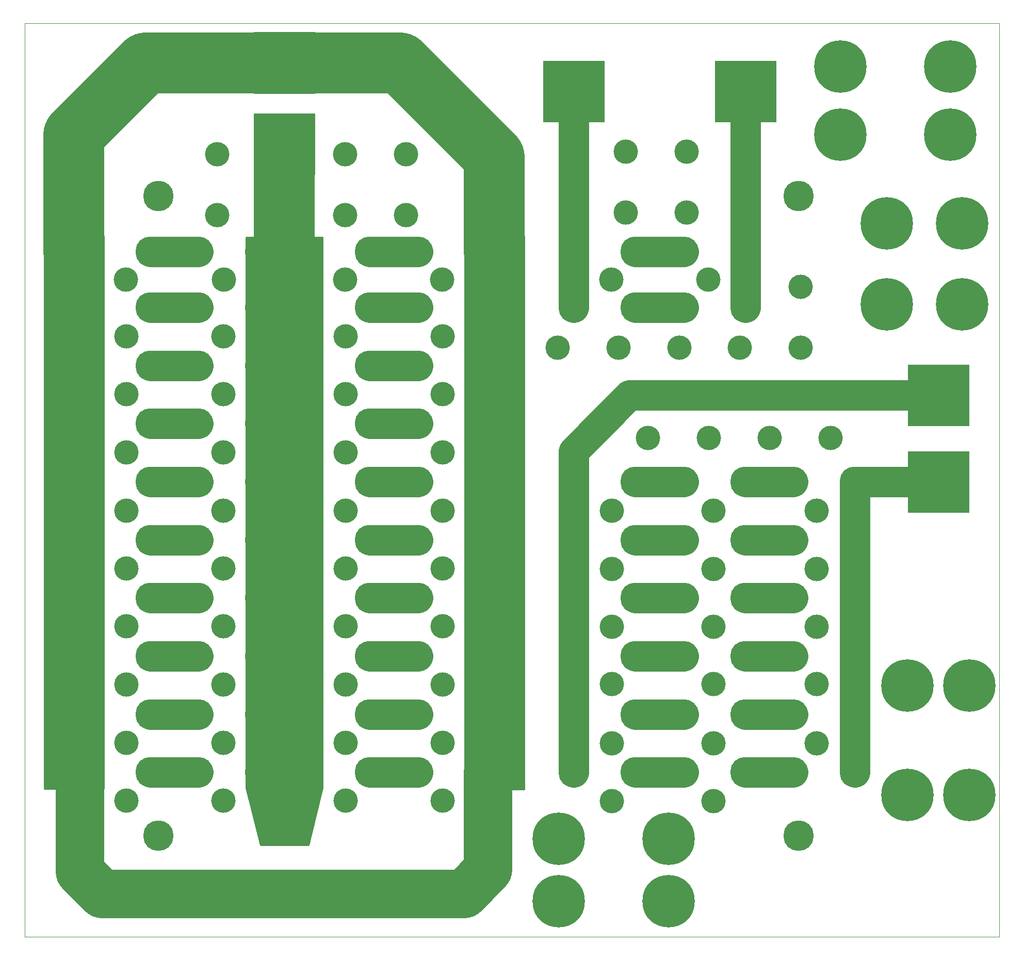
<source format=gbr>
G04 #@! TF.GenerationSoftware,KiCad,Pcbnew,(5.1.0)-1*
G04 #@! TF.CreationDate,2019-05-23T16:12:52+02:00*
G04 #@! TF.ProjectId,load_card,6c6f6164-5f63-4617-9264-2e6b69636164,1.1*
G04 #@! TF.SameCoordinates,Original*
G04 #@! TF.FileFunction,Copper,L2,Bot*
G04 #@! TF.FilePolarity,Positive*
%FSLAX46Y46*%
G04 Gerber Fmt 4.6, Leading zero omitted, Abs format (unit mm)*
G04 Created by KiCad (PCBNEW (5.1.0)-1) date 2019-05-23 16:12:52*
%MOMM*%
%LPD*%
G04 APERTURE LIST*
%ADD10C,0.050000*%
%ADD11C,0.100000*%
%ADD12C,8.600000*%
%ADD13C,5.000000*%
%ADD14C,6.000000*%
%ADD15C,4.000000*%
%ADD16C,5.000000*%
%ADD17C,10.000000*%
%ADD18C,8.000000*%
%ADD19C,0.254000*%
G04 APERTURE END LIST*
D10*
X14400000Y-13900000D02*
X174400000Y-13900000D01*
X14400000Y-163900000D02*
X14400000Y-13900000D01*
X174400000Y-163900000D02*
X14400000Y-163900000D01*
X174400000Y-13900000D02*
X174400000Y-163900000D01*
D11*
G36*
X109500000Y-20100000D02*
G01*
X109500000Y-30100000D01*
X99500000Y-30100000D01*
X99500000Y-20100000D01*
X109500000Y-20100000D01*
G37*
X109500000Y-20100000D02*
X109500000Y-30100000D01*
X99500000Y-30100000D01*
X99500000Y-20100000D01*
X109500000Y-20100000D01*
G36*
X137700000Y-20100000D02*
G01*
X137700000Y-30100000D01*
X127700000Y-30100000D01*
X127700000Y-20100000D01*
X137700000Y-20100000D01*
G37*
X137700000Y-20100000D02*
X137700000Y-30100000D01*
X127700000Y-30100000D01*
X127700000Y-20100000D01*
X137700000Y-20100000D01*
G36*
X169400000Y-94200000D02*
G01*
X159400000Y-94200000D01*
X159400000Y-84200000D01*
X169400000Y-84200000D01*
X169400000Y-94200000D01*
G37*
X169400000Y-94200000D02*
X159400000Y-94200000D01*
X159400000Y-84200000D01*
X169400000Y-84200000D01*
X169400000Y-94200000D01*
G36*
X159400000Y-70000000D02*
G01*
X169400000Y-70000000D01*
X169400000Y-80000000D01*
X159400000Y-80000000D01*
X159400000Y-70000000D01*
G37*
X159400000Y-70000000D02*
X169400000Y-70000000D01*
X169400000Y-80000000D01*
X159400000Y-80000000D01*
X159400000Y-70000000D01*
G36*
X52000000Y-15400000D02*
G01*
X62000000Y-15400000D01*
X62000000Y-25400000D01*
X52000000Y-25400000D01*
X52000000Y-15400000D01*
G37*
X52000000Y-15400000D02*
X62000000Y-15400000D01*
X62000000Y-25400000D01*
X52000000Y-25400000D01*
X52000000Y-15400000D01*
G36*
X52000000Y-28700000D02*
G01*
X62000000Y-28700000D01*
X62000000Y-38700000D01*
X52000000Y-38700000D01*
X52000000Y-28700000D01*
G37*
X52000000Y-28700000D02*
X62000000Y-28700000D01*
X62000000Y-38700000D01*
X52000000Y-38700000D01*
X52000000Y-28700000D01*
D12*
X120100000Y-147800000D03*
X102100000Y-147800000D03*
X120100000Y-158000000D03*
X102100000Y-158000000D03*
D13*
X56900000Y-156800000D03*
X57000000Y-144400000D03*
X57000000Y-94000000D03*
X141400000Y-42300000D03*
X141400000Y-147300000D03*
X36400000Y-147300000D03*
X36400000Y-42300000D03*
D12*
X159300000Y-122600000D03*
X159300000Y-140600000D03*
X169500000Y-122600000D03*
X169500000Y-140600000D03*
X155900000Y-60100000D03*
X168300000Y-60100000D03*
X155900000Y-46800000D03*
X168300000Y-46800000D03*
X148300000Y-21000000D03*
X148300000Y-32200000D03*
X166300000Y-32200000D03*
X166300000Y-21000000D03*
D14*
X104500000Y-25100000D03*
X132700000Y-25100000D03*
X164400000Y-89200000D03*
X164400000Y-75000000D03*
X57000000Y-20400000D03*
X57000000Y-33700000D03*
D15*
X146700000Y-82000000D03*
X123100000Y-35000000D03*
X113100000Y-35000000D03*
X123100000Y-45000000D03*
X113100000Y-45000000D03*
X46000000Y-35400000D03*
X46000000Y-45400000D03*
X67000000Y-35400000D03*
X77000000Y-35400000D03*
X77000000Y-45400000D03*
X67000000Y-45400000D03*
X141800000Y-57200000D03*
X141800000Y-67200000D03*
X131800000Y-67200000D03*
X101900000Y-67200000D03*
X111900000Y-67200000D03*
X121900000Y-67200000D03*
X116700000Y-82000000D03*
X126700000Y-82000000D03*
X136700000Y-82000000D03*
X110800000Y-141600000D03*
X127500000Y-141600000D03*
X110800000Y-132100000D03*
X127500000Y-132100000D03*
X144400000Y-132100000D03*
X110800000Y-122400000D03*
X127500000Y-122400000D03*
X144400000Y-122400000D03*
X110800000Y-113000000D03*
X127500000Y-113000000D03*
X144400000Y-113000000D03*
X110800000Y-103500000D03*
X127500000Y-103500000D03*
X144400000Y-103500000D03*
X110800000Y-93900000D03*
X127500000Y-93900000D03*
X144400000Y-93900000D03*
X31100000Y-141500000D03*
X47000000Y-141500000D03*
X67100000Y-141500000D03*
X83000000Y-141500000D03*
X31100000Y-132000000D03*
X47000000Y-132000000D03*
X67100000Y-132000000D03*
X83000000Y-132000000D03*
X31100000Y-122500000D03*
X47000000Y-122500000D03*
X67100000Y-122500000D03*
X83000000Y-122500000D03*
X31100000Y-112900000D03*
X47000000Y-112900000D03*
X67100000Y-112900000D03*
X83000000Y-112900000D03*
X31100000Y-103400000D03*
X47000000Y-103400000D03*
X67100000Y-103400000D03*
X83000000Y-103400000D03*
X31100000Y-93900000D03*
X47000000Y-93900000D03*
X67100000Y-93900000D03*
X83000000Y-93900000D03*
X31100000Y-84400000D03*
X47000000Y-84400000D03*
X67100000Y-84400000D03*
X83000000Y-84400000D03*
X31100000Y-74800000D03*
X47000000Y-74800000D03*
X67100000Y-74800000D03*
X83000000Y-74800000D03*
X31100000Y-65300000D03*
X47000000Y-65300000D03*
X67100000Y-65300000D03*
X83000000Y-65300000D03*
X110720000Y-55979721D03*
X126600000Y-55979721D03*
X82900000Y-56000000D03*
X67000000Y-56000000D03*
X47100000Y-56000000D03*
X31000000Y-56000000D03*
D13*
X53080000Y-117821106D03*
X42920000Y-117821106D03*
X35080000Y-117821106D03*
X24920000Y-117821106D03*
X53080000Y-127360550D03*
X42920000Y-127360550D03*
X35080000Y-127360550D03*
X24920000Y-127360550D03*
X42920000Y-51400000D03*
X53080000Y-51400000D03*
X35080000Y-51404721D03*
X24920000Y-51404721D03*
X53080000Y-60584442D03*
X42920000Y-60584442D03*
X35080000Y-60584442D03*
X24920000Y-60584442D03*
X53080000Y-70123886D03*
X42920000Y-70123886D03*
X35080000Y-70123886D03*
X24920000Y-70123886D03*
X53080000Y-79663330D03*
X42920000Y-79663330D03*
X35080000Y-79663330D03*
X24920000Y-79663330D03*
X53080000Y-89202774D03*
X42920000Y-89202774D03*
X35080000Y-89202774D03*
X24920000Y-89202774D03*
X53080000Y-98742218D03*
X42920000Y-98742218D03*
X35080000Y-98742218D03*
X24920000Y-98742218D03*
X53080000Y-108281662D03*
X42920000Y-108281662D03*
X35080000Y-108281662D03*
X24920000Y-108281662D03*
X53080000Y-136900000D03*
X42920000Y-136900000D03*
X35080000Y-136900000D03*
X24920000Y-136900000D03*
X104520000Y-60584442D03*
X114680000Y-60584442D03*
X122520000Y-60584442D03*
X132680000Y-60584442D03*
X104520000Y-51400000D03*
X114680000Y-51400000D03*
X122520000Y-51400000D03*
X132680000Y-51400000D03*
X150680000Y-89202774D03*
X140520000Y-89202774D03*
X132680000Y-89202774D03*
X122520000Y-89202774D03*
X114680000Y-89202774D03*
X104520000Y-89202774D03*
X150680000Y-98742218D03*
X140520000Y-98742218D03*
X132680000Y-98742218D03*
X122520000Y-98742218D03*
X114680000Y-98742218D03*
X104520000Y-98742218D03*
X150680000Y-108281662D03*
X140520000Y-108281662D03*
X132680000Y-108281662D03*
X122520000Y-108281662D03*
X114680000Y-108281662D03*
X104520000Y-108281662D03*
X150680000Y-117821106D03*
X140520000Y-117821106D03*
X132680000Y-117821106D03*
X122520000Y-117821106D03*
X114680000Y-117821106D03*
X104520000Y-117821106D03*
X150680000Y-127360550D03*
X140520000Y-127360550D03*
X132680000Y-127360550D03*
X122520000Y-127360550D03*
X114680000Y-127360550D03*
X104520000Y-127360550D03*
X150680000Y-136900000D03*
X140520000Y-136900000D03*
X132680000Y-136900000D03*
X122520000Y-136900000D03*
X114680000Y-136900000D03*
X104520000Y-136900000D03*
X78920000Y-136900000D03*
X89080000Y-136900000D03*
X60920000Y-136900000D03*
X71080000Y-136900000D03*
X78920000Y-127360550D03*
X89080000Y-127360550D03*
X60920000Y-127360550D03*
X71080000Y-127360550D03*
X78920000Y-117821106D03*
X89080000Y-117821106D03*
X60920000Y-117821106D03*
X71080000Y-117821106D03*
X78920000Y-108281662D03*
X89080000Y-108281662D03*
X60920000Y-108281662D03*
X71080000Y-108281662D03*
X78920000Y-98742218D03*
X89080000Y-98742218D03*
X60920000Y-98742218D03*
X71080000Y-98742218D03*
X78920000Y-89202774D03*
X89080000Y-89202774D03*
X60920000Y-89202774D03*
X71080000Y-89202774D03*
X78920000Y-79663330D03*
X89080000Y-79663330D03*
X60920000Y-79663330D03*
X71080000Y-79663330D03*
X78920000Y-70123886D03*
X89080000Y-70123886D03*
X60920000Y-70123886D03*
X71080000Y-70123886D03*
X78920000Y-60584442D03*
X89080000Y-60584442D03*
X60920000Y-60584442D03*
X71080000Y-60584442D03*
X78920000Y-51400000D03*
X89080000Y-51400000D03*
X60920000Y-51400000D03*
X71080000Y-51400000D03*
D16*
X35084721Y-51400000D02*
X35080000Y-51404721D01*
X42920000Y-51400000D02*
X35084721Y-51400000D01*
X35080000Y-60584442D02*
X42920000Y-60584442D01*
X42920000Y-70123886D02*
X35080000Y-70123886D01*
X35080000Y-79663330D02*
X42920000Y-79663330D01*
X42920000Y-89202774D02*
X35080000Y-89202774D01*
X35080000Y-98742218D02*
X42920000Y-98742218D01*
X42920000Y-108281662D02*
X35080000Y-108281662D01*
X35080000Y-117821106D02*
X42920000Y-117821106D01*
X42920000Y-127360550D02*
X35080000Y-127360550D01*
X35080000Y-136900000D02*
X42920000Y-136900000D01*
X71080000Y-51400000D02*
X78920000Y-51400000D01*
X78920000Y-60584442D02*
X71080000Y-60584442D01*
X71080000Y-70123886D02*
X78920000Y-70123886D01*
X78920000Y-79663330D02*
X71080000Y-79663330D01*
X71080000Y-89202774D02*
X78920000Y-89202774D01*
X78920000Y-98742218D02*
X71080000Y-98742218D01*
X71080000Y-108281662D02*
X78920000Y-108281662D01*
X78920000Y-117821106D02*
X71080000Y-117821106D01*
X71080000Y-127360550D02*
X78920000Y-127360550D01*
X78920000Y-136900000D02*
X71080000Y-136900000D01*
X104520000Y-136900000D02*
X104520000Y-89202774D01*
X113700000Y-75000000D02*
X166900000Y-75000000D01*
X104520000Y-89202774D02*
X104520000Y-84180000D01*
X104520000Y-84180000D02*
X113700000Y-75000000D01*
X150680000Y-136900000D02*
X150680000Y-89202774D01*
X161897226Y-89202774D02*
X161900000Y-89200000D01*
X150680000Y-89202774D02*
X161897226Y-89202774D01*
X161900000Y-89200000D02*
X166900000Y-89200000D01*
X132680000Y-22620000D02*
X132700000Y-22600000D01*
X132680000Y-60584442D02*
X132680000Y-22620000D01*
X104520000Y-60584442D02*
X104520000Y-51400000D01*
X104520000Y-27620000D02*
X104500000Y-27600000D01*
X104520000Y-51400000D02*
X104520000Y-27620000D01*
X114680000Y-136900000D02*
X122520000Y-136900000D01*
X132680000Y-136900000D02*
X140520000Y-136900000D01*
X122520000Y-127360550D02*
X114680000Y-127360550D01*
X140520000Y-127360550D02*
X132680000Y-127360550D01*
X114680000Y-117821106D02*
X122520000Y-117821106D01*
X132680000Y-117821106D02*
X140520000Y-117821106D01*
X122520000Y-108281662D02*
X114680000Y-108281662D01*
X140520000Y-108281662D02*
X132680000Y-108281662D01*
X114680000Y-98742218D02*
X122520000Y-98742218D01*
X132680000Y-98742218D02*
X140520000Y-98742218D01*
X122520000Y-89202774D02*
X114680000Y-89202774D01*
X140520000Y-89202774D02*
X132680000Y-89202774D01*
X114680000Y-51400000D02*
X122520000Y-51400000D01*
X122520000Y-60584442D02*
X114680000Y-60584442D01*
D17*
X57000000Y-34700000D02*
X57000000Y-52000000D01*
X22500000Y-51400000D02*
X22500000Y-32200000D01*
D18*
X90500000Y-152900000D02*
X90500000Y-136880000D01*
X86599999Y-156800001D02*
X90500000Y-152900000D01*
X27100001Y-156800001D02*
X86599999Y-156800001D01*
X23500000Y-136880000D02*
X23500000Y-153200000D01*
X23500000Y-153200000D02*
X27100001Y-156800001D01*
D17*
X91500000Y-35880000D02*
X91500000Y-51400000D01*
X76045010Y-20425010D02*
X91500000Y-35880000D01*
X34274990Y-20425010D02*
X76045010Y-20425010D01*
X22500000Y-36775279D02*
X22500000Y-32200000D01*
X22500000Y-32200000D02*
X34274990Y-20425010D01*
D19*
G36*
X63273000Y-139384845D02*
G01*
X61000078Y-148773000D01*
X53098905Y-148773000D01*
X50727000Y-139384208D01*
X50727000Y-49027000D01*
X63273000Y-49027000D01*
X63273000Y-139384845D01*
X63273000Y-139384845D01*
G37*
X63273000Y-139384845D02*
X61000078Y-148773000D01*
X53098905Y-148773000D01*
X50727000Y-139384208D01*
X50727000Y-49027000D01*
X63273000Y-49027000D01*
X63273000Y-139384845D01*
G36*
X96373000Y-139673000D02*
G01*
X86627000Y-139673000D01*
X86627000Y-48927000D01*
X96373000Y-48927000D01*
X96373000Y-139673000D01*
X96373000Y-139673000D01*
G37*
X96373000Y-139673000D02*
X86627000Y-139673000D01*
X86627000Y-48927000D01*
X96373000Y-48927000D01*
X96373000Y-139673000D01*
G36*
X27373000Y-139573000D02*
G01*
X17627000Y-139573000D01*
X17627000Y-48827000D01*
X27373000Y-48827000D01*
X27373000Y-139573000D01*
X27373000Y-139573000D01*
G37*
X27373000Y-139573000D02*
X17627000Y-139573000D01*
X17627000Y-48827000D01*
X27373000Y-48827000D01*
X27373000Y-139573000D01*
M02*

</source>
